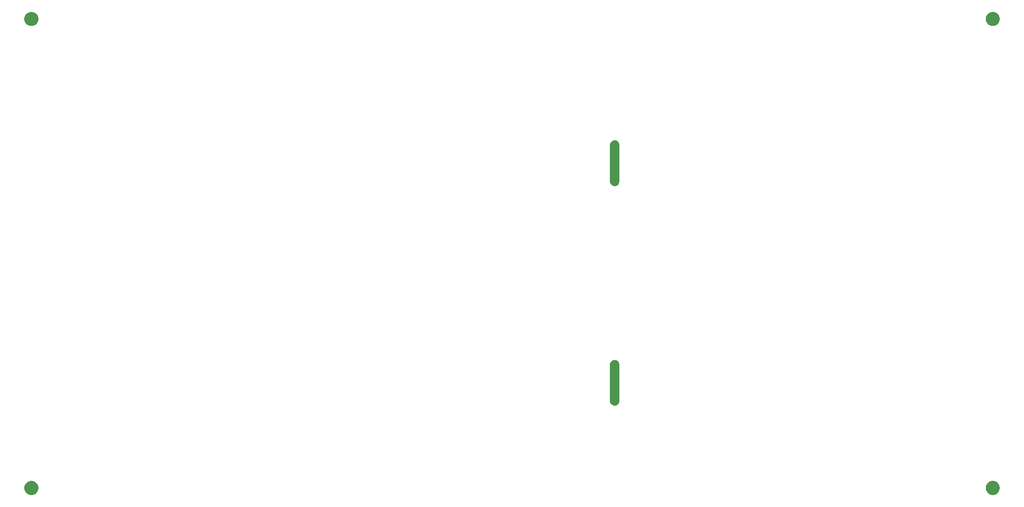
<source format=gbr>
%TF.GenerationSoftware,Altium Limited,Altium Designer,24.3.1 (35)*%
G04 Layer_Color=0*
%FSLAX43Y43*%
%MOMM*%
%TF.SameCoordinates,76E1361F-AA3B-45A8-A24B-41510BF92E79*%
%TF.FilePolarity,Positive*%
%TF.FileFunction,NonPlated,1,2,NPTH,Drill*%
%TF.Part,Single*%
G01*
G75*
G36*
X128369Y23529D02*
Y23398D01*
X128437Y23143D01*
X128569Y22915D01*
X128755Y22729D01*
X128983Y22598D01*
X129237Y22529D01*
X129501D01*
X129755Y22598D01*
X129983Y22729D01*
X130169Y22915D01*
X130301Y23143D01*
X130369Y23398D01*
Y23529D01*
D01*
Y31279D01*
Y31411D01*
X130301Y31665D01*
X130169Y31893D01*
X129983Y32080D01*
X129755Y32211D01*
X129501Y32279D01*
X129237D01*
X128983Y32211D01*
X128755Y32080D01*
X128569Y31893D01*
X128437Y31665D01*
X128369Y31411D01*
Y31279D01*
D01*
Y23529D01*
D02*
G37*
G36*
X128386Y70375D02*
Y70243D01*
X128454Y69989D01*
X128586Y69761D01*
X128772Y69575D01*
X129000Y69443D01*
X129254Y69375D01*
X129518D01*
X129772Y69443D01*
X130000Y69575D01*
X130186Y69761D01*
X130318Y69989D01*
X130386Y70243D01*
Y70375D01*
D01*
Y78125D01*
Y78257D01*
X130318Y78511D01*
X130186Y78739D01*
X130000Y78925D01*
X129772Y79057D01*
X129518Y79125D01*
X129254D01*
X129000Y79057D01*
X128772Y78925D01*
X128586Y78739D01*
X128454Y78511D01*
X128386Y78257D01*
Y78125D01*
D01*
Y70375D01*
D02*
G37*
G36*
X5000Y103500D02*
X4852D01*
X4562Y103558D01*
X4289Y103671D01*
X4044Y103835D01*
X3835Y104044D01*
X3671Y104289D01*
X3558Y104562D01*
X3500Y104852D01*
Y105000D01*
Y105148D01*
X3558Y105438D01*
X3671Y105711D01*
X3835Y105956D01*
X4044Y106165D01*
X4289Y106329D01*
X4562Y106442D01*
X4852Y106500D01*
X5000D01*
X5148D01*
X5438Y106442D01*
X5711Y106329D01*
X5956Y106165D01*
X6165Y105956D01*
X6329Y105711D01*
X6442Y105438D01*
X6500Y105148D01*
Y105000D01*
Y104852D01*
X6442Y104562D01*
X6329Y104289D01*
X6165Y104044D01*
X5956Y103835D01*
X5711Y103671D01*
X5438Y103558D01*
X5148Y103500D01*
X5000D01*
D01*
D02*
G37*
G36*
X3500Y5000D02*
Y4852D01*
X3558Y4562D01*
X3671Y4289D01*
X3835Y4044D01*
X4044Y3835D01*
X4289Y3671D01*
X4562Y3558D01*
X4852Y3500D01*
X5000D01*
X5148D01*
X5438Y3558D01*
X5711Y3671D01*
X5956Y3835D01*
X6165Y4044D01*
X6329Y4289D01*
X6442Y4562D01*
X6500Y4852D01*
Y5000D01*
Y5148D01*
X6442Y5438D01*
X6329Y5711D01*
X6165Y5956D01*
X5956Y6165D01*
X5711Y6329D01*
X5438Y6442D01*
X5148Y6500D01*
X5000D01*
X4852D01*
X4562Y6442D01*
X4289Y6329D01*
X4044Y6165D01*
X3835Y5956D01*
X3671Y5711D01*
X3558Y5438D01*
X3500Y5148D01*
Y5000D01*
D01*
D02*
G37*
G36*
X208500D02*
Y4852D01*
X208558Y4562D01*
X208671Y4289D01*
X208835Y4044D01*
X209044Y3835D01*
X209289Y3671D01*
X209562Y3558D01*
X209852Y3500D01*
X210000D01*
X210148D01*
X210438Y3558D01*
X210711Y3671D01*
X210956Y3835D01*
X211165Y4044D01*
X211329Y4289D01*
X211442Y4562D01*
X211500Y4852D01*
Y5000D01*
Y5148D01*
X211442Y5438D01*
X211329Y5711D01*
X211165Y5956D01*
X210956Y6165D01*
X210711Y6329D01*
X210438Y6442D01*
X210148Y6500D01*
X210000D01*
X209852D01*
X209562Y6442D01*
X209289Y6329D01*
X209044Y6165D01*
X208835Y5956D01*
X208671Y5711D01*
X208558Y5438D01*
X208500Y5148D01*
Y5000D01*
D01*
D02*
G37*
G36*
Y105000D02*
Y104852D01*
X208558Y104562D01*
X208671Y104289D01*
X208835Y104044D01*
X209044Y103835D01*
X209289Y103671D01*
X209562Y103558D01*
X209852Y103500D01*
X210000D01*
X210148D01*
X210438Y103558D01*
X210711Y103671D01*
X210956Y103835D01*
X211165Y104044D01*
X211329Y104289D01*
X211442Y104562D01*
X211500Y104852D01*
Y105000D01*
Y105148D01*
X211442Y105438D01*
X211329Y105711D01*
X211165Y105956D01*
X210956Y106165D01*
X210711Y106329D01*
X210438Y106442D01*
X210148Y106500D01*
X210000D01*
X209852D01*
X209562Y106442D01*
X209289Y106329D01*
X209044Y106165D01*
X208835Y105956D01*
X208671Y105711D01*
X208558Y105438D01*
X208500Y105148D01*
Y105000D01*
D01*
D02*
G37*
%TF.MD5,f74706bdc26cb7cb299565750099025b*%
M02*

</source>
